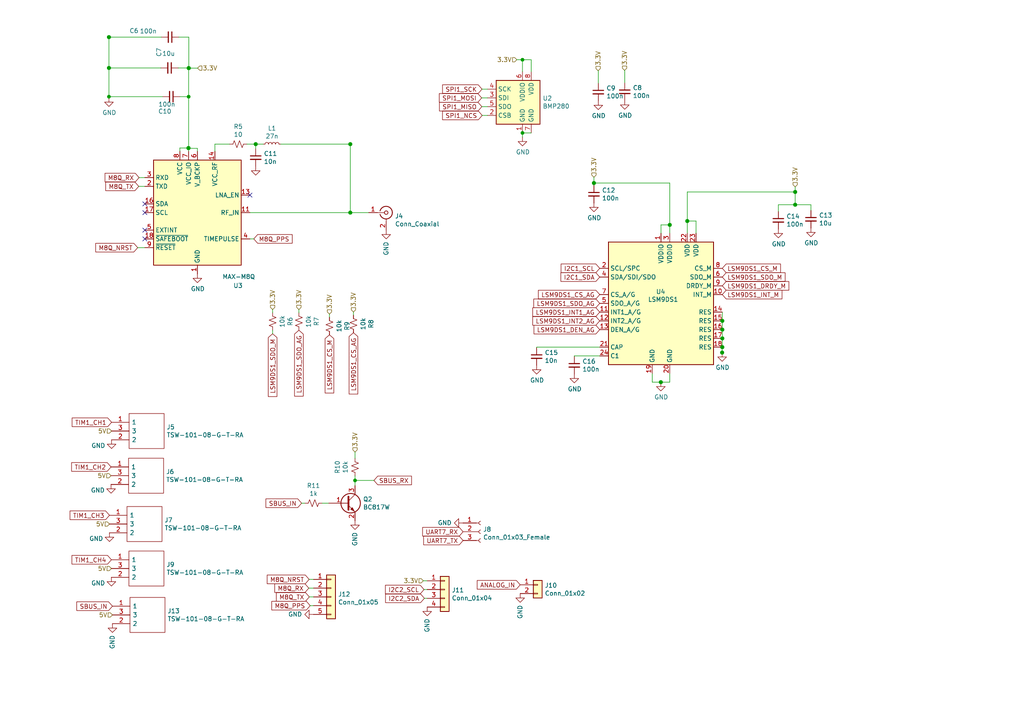
<source format=kicad_sch>
(kicad_sch (version 20211123) (generator eeschema)
  (paper "A4")
  (lib_symbols
    (symbol "Connector:Conn_01x03_Female" (pin_names (offset 1.016) hide)
      (property "Reference" "J" (at 0 5.08 0))
      (property "Value" "Conn_01x03_Female" (at 0 -5.08 0))
      (symbol "Conn_01x03_Female_1_1"
        (arc (start 0 -2.032) (mid -0.508 -2.54) (end 0 -3.048) (stroke (width 0.1524)))
        (polyline (pts (xy -1.27 -2.54) (xy -0.508 -2.54)) (stroke (width 0.1524)))
        (polyline (pts (xy -1.27 0) (xy -0.508 0)) (stroke (width 0.1524)))
        (polyline (pts (xy -1.27 2.54) (xy -0.508 2.54)) (stroke (width 0.1524)))
        (arc (start 0 0.508) (mid -0.508 0) (end 0 -0.508) (stroke (width 0.1524)))
        (arc (start 0 3.048) (mid -0.508 2.54) (end 0 2.032) (stroke (width 0.1524)))
        (pin passive line (at -5.08 2.54 0) (length 3.81) (name "Pin_1") (number "1"))
        (pin passive line (at -5.08 0 0) (length 3.81) (name "Pin_2") (number "2"))
        (pin passive line (at -5.08 -2.54 0) (length 3.81) (name "Pin_3") (number "3"))
      )
    )
    (symbol "Connector:Conn_Coaxial" (pin_names (offset 1.016) hide)
      (property "Reference" "J" (at 0.254 3.048 0))
      (property "Value" "Conn_Coaxial" (at 2.921 0 90))
      (symbol "Conn_Coaxial_0_1"
        (arc (start -1.778 -0.508) (mid 0.222 -1.808) (end 1.778 0) (stroke (width 0.254)))
        (polyline (pts (xy -2.54 0) (xy -0.508 0)))
        (polyline (pts (xy 0 -2.54) (xy 0 -1.778)))
        (circle (center 0 0) (radius 0.508) (stroke (width 0.2032)))
        (arc (start 1.778 0) (mid 0.222 1.8083) (end -1.778 0.508) (stroke (width 0.254)))
      )
      (symbol "Conn_Coaxial_1_1"
        (pin passive line (at -5.08 0 0) (length 2.54) (name "In") (number "1"))
        (pin passive line (at 0 -5.08 90) (length 2.54) (name "Ext") (number "2"))
      )
    )
    (symbol "Connector_Generic:Conn_01x02" (pin_names (offset 1.016) hide)
      (property "Reference" "J" (at 0 2.54 0))
      (property "Value" "Conn_01x02" (at 0 -5.08 0))
      (symbol "Conn_01x02_1_1"
        (rectangle (start -1.27 -2.413) (end 0 -2.667) (stroke (width 0.1524)))
        (rectangle (start -1.27 0.127) (end 0 -0.127) (stroke (width 0.1524)))
        (rectangle (start -1.27 1.27) (end 1.27 -3.81) (stroke (width 0.254)) (fill (type background)))
        (pin passive line (at -5.08 0 0) (length 3.81) (name "Pin_1") (number "1"))
        (pin passive line (at -5.08 -2.54 0) (length 3.81) (name "Pin_2") (number "2"))
      )
    )
    (symbol "Connector_Generic:Conn_01x04" (pin_names (offset 1.016) hide)
      (property "Reference" "J" (at 0 5.08 0))
      (property "Value" "Conn_01x04" (at 0 -7.62 0))
      (symbol "Conn_01x04_1_1"
        (rectangle (start -1.27 -4.953) (end 0 -5.207) (stroke (width 0.1524)))
        (rectangle (start -1.27 -2.413) (end 0 -2.667) (stroke (width 0.1524)))
        (rectangle (start -1.27 0.127) (end 0 -0.127) (stroke (width 0.1524)))
        (rectangle (start -1.27 2.667) (end 0 2.413) (stroke (width 0.1524)))
        (rectangle (start -1.27 3.81) (end 1.27 -6.35) (stroke (width 0.254)) (fill (type background)))
        (pin passive line (at -5.08 2.54 0) (length 3.81) (name "Pin_1") (number "1"))
        (pin passive line (at -5.08 0 0) (length 3.81) (name "Pin_2") (number "2"))
        (pin passive line (at -5.08 -2.54 0) (length 3.81) (name "Pin_3") (number "3"))
        (pin passive line (at -5.08 -5.08 0) (length 3.81) (name "Pin_4") (number "4"))
      )
    )
    (symbol "Connector_Generic:Conn_01x05" (pin_names (offset 1.016) hide)
      (property "Reference" "J" (at 0 7.62 0))
      (property "Value" "Conn_01x05" (at 0 -7.62 0))
      (symbol "Conn_01x05_1_1"
        (rectangle (start -1.27 -4.953) (end 0 -5.207) (stroke (width 0.1524)))
        (rectangle (start -1.27 -2.413) (end 0 -2.667) (stroke (width 0.1524)))
        (rectangle (start -1.27 0.127) (end 0 -0.127) (stroke (width 0.1524)))
        (rectangle (start -1.27 2.667) (end 0 2.413) (stroke (width 0.1524)))
        (rectangle (start -1.27 5.207) (end 0 4.953) (stroke (width 0.1524)))
        (rectangle (start -1.27 6.35) (end 1.27 -6.35) (stroke (width 0.254)) (fill (type background)))
        (pin passive line (at -5.08 5.08 0) (length 3.81) (name "Pin_1") (number "1"))
        (pin passive line (at -5.08 2.54 0) (length 3.81) (name "Pin_2") (number "2"))
        (pin passive line (at -5.08 0 0) (length 3.81) (name "Pin_3") (number "3"))
        (pin passive line (at -5.08 -2.54 0) (length 3.81) (name "Pin_4") (number "4"))
        (pin passive line (at -5.08 -5.08 0) (length 3.81) (name "Pin_5") (number "5"))
      )
    )
    (symbol "Device:C_Small" (pin_numbers hide) (pin_names (offset 0.254) hide)
      (property "Reference" "C" (at 0.254 1.778 0))
      (property "Value" "C_Small" (at 0.254 -2.032 0))
      (symbol "C_Small_0_1"
        (polyline (pts (xy -1.524 -0.508) (xy 1.524 -0.508)) (stroke (width 0.3302)))
        (polyline (pts (xy -1.524 0.508) (xy 1.524 0.508)) (stroke (width 0.3048)))
      )
      (symbol "C_Small_1_1"
        (pin passive line (at 0 2.54 270) (length 2.032) (name "~") (number "1"))
        (pin passive line (at 0 -2.54 90) (length 2.032) (name "~") (number "2"))
      )
    )
    (symbol "Device:L_Small" (pin_numbers hide) (pin_names (offset 0.254) hide)
      (property "Reference" "L" (at 0.762 1.016 0))
      (property "Value" "L_Small" (at 0.762 -1.016 0))
      (symbol "L_Small_0_1"
        (arc (start 0 -2.032) (mid 0.508 -1.524) (end 0 -1.016))
        (arc (start 0 -1.016) (mid 0.508 -0.508) (end 0 0))
        (arc (start 0 0) (mid 0.508 0.508) (end 0 1.016))
        (arc (start 0 1.016) (mid 0.508 1.524) (end 0 2.032))
      )
      (symbol "L_Small_1_1"
        (pin passive line (at 0 2.54 270) (length 0.508) (name "~") (number "1"))
        (pin passive line (at 0 -2.54 90) (length 0.508) (name "~") (number "2"))
      )
    )
    (symbol "Device:R_Small_US" (pin_numbers hide) (pin_names (offset 0.254) hide)
      (property "Reference" "R" (at 0.762 0.508 0))
      (property "Value" "R_Small_US" (at 0.762 -1.016 0))
      (symbol "R_Small_US_1_1"
        (polyline (pts (xy 0 0) (xy 1.016 -0.381) (xy 0 -0.762) (xy -1.016 -1.143) (xy 0 -1.524)))
        (polyline (pts (xy 0 1.524) (xy 1.016 1.143) (xy 0 0.762) (xy -1.016 0.381) (xy 0 0)))
        (pin passive line (at 0 2.54 270) (length 1.016) (name "~") (number "1"))
        (pin passive line (at 0 -2.54 90) (length 1.016) (name "~") (number "2"))
      )
    )
    (symbol "RF_GPS:MAX-M8Q"
      (property "Reference" "U" (at -10.16 16.51 0))
      (property "Value" "MAX-M8Q" (at 11.43 16.51 0))
      (symbol "MAX-M8Q_0_1"
        (rectangle (start 12.7 15.24) (end -12.7 -15.24) (stroke (width 0.254)) (fill (type background)))
      )
      (symbol "MAX-M8Q_1_1"
        (pin power_in line (at 0 -17.78 90) (length 2.54) (name "GND") (number "1"))
        (pin passive line (at 0 -17.78 90) (length 2.54) hide (name "GND") (number "10"))
        (pin input line (at 15.24 0 180) (length 2.54) (name "RF_IN") (number "11"))
        (pin passive line (at 0 -17.78 90) (length 2.54) hide (name "GND") (number "12"))
        (pin output line (at 15.24 5.08 180) (length 2.54) (name "LNA_EN") (number "13"))
        (pin power_out line (at 5.08 17.78 270) (length 2.54) (name "VCC_RF") (number "14"))
        (pin no_connect line (at 12.7 -5.08 180) (length 2.54) hide (name "Reserved") (number "15"))
        (pin bidirectional line (at -15.24 2.54 0) (length 2.54) (name "SDA") (number "16"))
        (pin input line (at -15.24 0 0) (length 2.54) (name "SCL") (number "17"))
        (pin input line (at -15.24 -7.62 0) (length 2.54) (name "~{SAFEBOOT}") (number "18"))
        (pin output line (at -15.24 7.62 0) (length 2.54) (name "TXD") (number "2"))
        (pin input line (at -15.24 10.16 0) (length 2.54) (name "RXD") (number "3"))
        (pin output line (at 15.24 -7.62 180) (length 2.54) (name "TIMEPULSE") (number "4"))
        (pin input line (at -15.24 -5.08 0) (length 2.54) (name "EXTINT") (number "5"))
        (pin power_in line (at 0 17.78 270) (length 2.54) (name "V_BCKP") (number "6"))
        (pin power_in line (at -2.54 17.78 270) (length 2.54) (name "VCC_IO") (number "7"))
        (pin power_in line (at -5.08 17.78 270) (length 2.54) (name "VCC") (number "8"))
        (pin input line (at -15.24 -10.16 0) (length 2.54) (name "~{RESET}") (number "9"))
      )
    )
    (symbol "SamacSys_Parts:HTSW-101-08-G-T-RA" (pin_names (offset 0.762))
      (property "Reference" "J" (at 16.51 7.62 0))
      (property "Value" "HTSW-101-08-G-T-RA" (at 16.51 5.08 0))
      (symbol "HTSW-101-08-G-T-RA_0_0"
        (pin passive line (at 0 0 0) (length 5.08) (name "1") (number "1"))
        (pin passive line (at 0 -5.08 0) (length 5.08) (name "2") (number "2"))
        (pin passive line (at 0 -2.54 0) (length 5.08) (name "3") (number "3"))
      )
      (symbol "HTSW-101-08-G-T-RA_0_1"
        (polyline (pts (xy 5.08 2.54) (xy 15.24 2.54) (xy 15.24 -7.62) (xy 5.08 -7.62) (xy 5.08 2.54)) (stroke (width 0.1524)))
      )
    )
    (symbol "Sensor_Motion:LSM9DS1"
      (property "Reference" "U" (at -15.24 21.59 0))
      (property "Value" "LSM9DS1" (at -15.24 19.05 0))
      (symbol "LSM9DS1_0_1"
        (rectangle (start -15.24 17.78) (end 15.24 -17.78) (stroke (width 0.254)) (fill (type background)))
      )
      (symbol "LSM9DS1_1_1"
        (pin power_in line (at 0 20.32 270) (length 2.54) (name "VDDIO") (number "1"))
        (pin output line (at 17.78 2.54 180) (length 2.54) (name "INT_M") (number "10"))
        (pin output line (at -17.78 -2.54 0) (length 2.54) (name "INT1_A/G") (number "11"))
        (pin output line (at -17.78 -5.08 0) (length 2.54) (name "INT2_A/G") (number "12"))
        (pin input line (at -17.78 -7.62 0) (length 2.54) (name "DEN_A/G") (number "13"))
        (pin bidirectional line (at 17.78 -2.54 180) (length 2.54) (name "RES") (number "14"))
        (pin bidirectional line (at 17.78 -5.08 180) (length 2.54) (name "RES") (number "15"))
        (pin bidirectional line (at 17.78 -7.62 180) (length 2.54) (name "RES") (number "16"))
        (pin bidirectional line (at 17.78 -10.16 180) (length 2.54) (name "RES") (number "17"))
        (pin bidirectional line (at 17.78 -12.7 180) (length 2.54) (name "RES") (number "18"))
        (pin power_in line (at -2.54 -20.32 90) (length 2.54) (name "GND") (number "19"))
        (pin input line (at -17.78 10.16 0) (length 2.54) (name "SCL/SPC") (number "2"))
        (pin power_in line (at 2.54 -20.32 90) (length 2.54) (name "GND") (number "20"))
        (pin passive line (at -17.78 -12.7 0) (length 2.54) (name "CAP") (number "21"))
        (pin power_in line (at 7.62 20.32 270) (length 2.54) (name "VDD") (number "22"))
        (pin power_in line (at 10.16 20.32 270) (length 2.54) (name "VDD") (number "23"))
        (pin passive line (at -17.78 -15.24 0) (length 2.54) (name "C1") (number "24"))
        (pin power_in line (at 2.54 20.32 270) (length 2.54) (name "VDDIO") (number "3"))
        (pin bidirectional line (at -17.78 7.62 0) (length 2.54) (name "SDA/SDI/SDO") (number "4"))
        (pin output line (at -17.78 0 0) (length 2.54) (name "SDO_A/G") (number "5"))
        (pin output line (at 17.78 7.62 180) (length 2.54) (name "SDO_M") (number "6"))
        (pin input line (at -17.78 2.54 0) (length 2.54) (name "CS_A/G") (number "7"))
        (pin input line (at 17.78 10.16 180) (length 2.54) (name "CS_M") (number "8"))
        (pin output line (at 17.78 5.08 180) (length 2.54) (name "DRDY_M") (number "9"))
      )
    )
    (symbol "Sensor_Pressure:BMP280"
      (property "Reference" "U" (at -7.62 10.16 0))
      (property "Value" "BMP280" (at 5.08 10.16 0))
      (symbol "BMP280_0_1"
        (rectangle (start -7.62 -5.08) (end 5.08 7.62) (stroke (width 0.254)) (fill (type background)))
      )
      (symbol "BMP280_1_1"
        (pin power_in line (at 0 -7.62 90) (length 2.54) (name "GND") (number "1"))
        (pin input line (at -10.16 -2.54 0) (length 2.54) (name "CSB") (number "2"))
        (pin bidirectional line (at -10.16 2.54 0) (length 2.54) (name "SDI") (number "3"))
        (pin input line (at -10.16 5.08 0) (length 2.54) (name "SCK") (number "4"))
        (pin bidirectional line (at -10.16 0 0) (length 2.54) (name "SDO") (number "5"))
        (pin power_in line (at 0 10.16 270) (length 2.54) (name "VDDIO") (number "6"))
        (pin power_in line (at 2.54 -7.62 90) (length 2.54) (name "GND") (number "7"))
        (pin power_in line (at 2.54 10.16 270) (length 2.54) (name "VDD") (number "8"))
      )
    )
    (symbol "Transistor_BJT:BC817W" (pin_names (offset 0) hide)
      (property "Reference" "Q" (at 5.08 1.905 0))
      (property "Value" "BC817W" (at 5.08 0 0))
      (symbol "BC817W_0_1"
        (polyline (pts (xy 0.635 0.635) (xy 2.54 2.54)))
        (polyline (pts (xy 0.635 -0.635) (xy 2.54 -2.54) (xy 2.54 -2.54)))
        (polyline (pts (xy 0.635 1.905) (xy 0.635 -1.905) (xy 0.635 -1.905)) (stroke (width 0.508)))
        (polyline (pts (xy 1.27 -1.778) (xy 1.778 -1.27) (xy 2.286 -2.286) (xy 1.27 -1.778) (xy 1.27 -1.778)) (fill (type outline)))
        (circle (center 1.27 0) (radius 2.8194) (stroke (width 0.254)))
      )
      (symbol "BC817W_1_1"
        (pin input line (at -5.08 0 0) (length 5.715) (name "B") (number "1"))
        (pin passive line (at 2.54 -5.08 90) (length 2.54) (name "E") (number "2"))
        (pin passive line (at 2.54 5.08 270) (length 2.54) (name "C") (number "3"))
      )
    )
    (symbol "power:GND" (power) (pin_names (offset 0))
      (property "Value" "GND" (at 0 -3.81 0))
      (symbol "GND_0_1"
        (polyline (pts (xy 0 0) (xy 0 -1.27) (xy 1.27 -1.27) (xy 0 -2.54) (xy -1.27 -1.27) (xy 0 -1.27)))
      )
      (symbol "GND_1_1"
        (pin power_in line (at 0 0 270) (length 0) hide (name "GND") (number "1"))
      )
    )
  )
  (junction (at 191.6684 110.8456) (diameter 1.016))
  (junction (at 209.4484 102.2604) (diameter 1.016))
  (junction (at 54.7116 19.7104))
  (junction (at 199.3392 64.1096) (diameter 1.016))
  (junction (at 102.9716 139.3444) (diameter 0.9144))
  (junction (at 101.6 41.8084) (diameter 1.016))
  (junction (at 209.4992 93.0656) (diameter 1.016))
  (junction (at 151.5364 17.3228) (diameter 0.9144))
  (junction (at 54.7116 19.7612) (diameter 0.9144))
  (junction (at 209.4992 100.6856) (diameter 1.016))
  (junction (at 230.632 55.6768) (diameter 1.016))
  (junction (at 31.5976 19.7104) (diameter 1.016))
  (junction (at 209.4992 95.6056) (diameter 1.016))
  (junction (at 230.632 59.3852) (diameter 1.016))
  (junction (at 101.6 61.6712) (diameter 1.016))
  (junction (at 54.7116 28.0416) (diameter 0.9144))
  (junction (at 31.5976 28.0416) (diameter 0.9144))
  (junction (at 54.7624 19.7612) (diameter 1.016))
  (junction (at 74.168 41.8084) (diameter 1.016))
  (junction (at 172.2628 53.086) (diameter 1.016))
  (junction (at 209.4484 100.6856))
  (junction (at 54.6608 42.926) (diameter 1.016))
  (junction (at 194.2592 65.2272) (diameter 1.016))
  (junction (at 151.5364 38.5572) (diameter 0.9144))
  (junction (at 54.6608 43.0276))
  (junction (at 31.5976 10.7696) (diameter 1.016))
  (junction (at 209.4992 98.1456) (diameter 1.016))
  (junction (at 54.7116 42.926) (diameter 0.9144))
  (no_connect (at 42.0116 61.6712))
  (no_connect (at 42.0116 66.7512))
  (no_connect (at 72.4916 56.5912))
  (no_connect (at 42.0116 59.1312))
  (no_connect (at 42.0116 69.2912))
  (wire (pts (xy 181.2036 20.4216) (xy 181.1528 20.4216)))
  (wire (pts (xy 66.548 41.8084) (xy 62.3316 41.8084)))
  (wire (pts (xy 93.472 145.9484) (xy 95.3516 145.9484)))
  (wire (pts (xy 89.5604 170.5864) (xy 90.932 170.5864)))
  (wire (pts (xy 209.4992 95.6056) (xy 209.4992 98.1456)))
  (wire (pts (xy 209.4484 102.3112) (xy 209.4484 102.2604)))
  (wire (pts (xy 87.4776 145.9484) (xy 88.392 145.9484)))
  (wire (pts (xy 139.8524 33.4772) (xy 141.3764 33.4772)))
  (wire (pts (xy 151.5364 17.3228) (xy 151.5364 20.7772)))
  (wire (pts (xy 31.5976 19.7104) (xy 31.5976 28.0416)))
  (wire (pts (xy 201.8792 64.1096) (xy 199.3392 64.1096)))
  (wire (pts (xy 101.6 41.5544) (xy 101.6 41.8084)))
  (wire (pts (xy 225.7552 61.3664) (xy 225.7552 59.3852)))
  (wire (pts (xy 235.204 59.3852) (xy 235.204 61.0616)))
  (wire (pts (xy 52.1716 42.926) (xy 54.6608 42.926)))
  (wire (pts (xy 39.9288 71.8312) (xy 42.0116 71.8312)))
  (wire (pts (xy 54.6608 43.0276) (xy 54.6608 42.926)))
  (wire (pts (xy 173.9392 103.2256) (xy 166.5732 103.2256)))
  (wire (pts (xy 172.2628 51.4096) (xy 172.2628 53.086)))
  (wire (pts (xy 54.7116 42.926) (xy 54.7116 43.8912)))
  (wire (pts (xy 194.2592 108.3056) (xy 194.2592 110.8456)))
  (wire (pts (xy 151.5364 38.5572) (xy 154.0764 38.5572)))
  (wire (pts (xy 74.168 41.8084) (xy 74.168 43.18)))
  (wire (pts (xy 173.9392 100.6856) (xy 155.6512 100.6856)))
  (wire (pts (xy 54.7116 28.0416) (xy 54.7116 42.926)))
  (wire (pts (xy 191.7192 67.6656) (xy 191.7192 65.2272)))
  (wire (pts (xy 52.2224 28.0416) (xy 54.7116 28.0416)))
  (wire (pts (xy 57.2516 43.0276) (xy 57.2516 43.8912)))
  (wire (pts (xy 57.2516 43.0276) (xy 54.6608 43.0276)))
  (wire (pts (xy 102.5144 90.5002) (xy 102.5144 91.4146)))
  (wire (pts (xy 95.5548 91.1098) (xy 95.5548 92.0242)))
  (wire (pts (xy 189.1792 110.8456) (xy 191.6684 110.8456)))
  (wire (pts (xy 54.7624 10.7696) (xy 54.7624 19.7612)))
  (wire (pts (xy 54.6608 42.926) (xy 54.7116 42.926)))
  (wire (pts (xy 199.3392 64.1096) (xy 199.3392 55.6768)))
  (wire (pts (xy 139.8016 25.8572) (xy 141.3764 25.8572)))
  (wire (pts (xy 52.1716 43.8912) (xy 52.1716 42.926)))
  (wire (pts (xy 173.5328 24.1808) (xy 173.5328 20.5232)))
  (wire (pts (xy 46.6344 19.7104) (xy 31.5976 19.7104)))
  (wire (pts (xy 101.6 61.6712) (xy 106.934 61.6712)))
  (wire (pts (xy 139.7 28.3972) (xy 141.3764 28.3972)))
  (wire (pts (xy 102.9716 138.0236) (xy 102.9716 139.3444)))
  (wire (pts (xy 31.5976 28.0416) (xy 31.5976 28.3464)))
  (wire (pts (xy 54.7116 19.7612) (xy 54.7116 28.0416)))
  (wire (pts (xy 194.2592 53.086) (xy 172.2628 53.086)))
  (wire (pts (xy 209.4992 90.5256) (xy 209.4992 93.0656)))
  (wire (pts (xy 155.6512 100.6856) (xy 155.6512 100.8888)))
  (wire (pts (xy 191.7192 65.2272) (xy 194.2592 65.2272)))
  (wire (pts (xy 181.2036 24.0792) (xy 181.2036 20.4216)))
  (wire (pts (xy 122.7836 168.4528) (xy 123.9012 168.4528)))
  (wire (pts (xy 79.0702 95.7834) (xy 79.0702 96.7994)))
  (wire (pts (xy 102.9716 131.1148) (xy 102.9716 132.9436)))
  (wire (pts (xy 230.632 59.3852) (xy 235.204 59.3852)))
  (wire (pts (xy 40.2336 54.0512) (xy 42.0116 54.0512)))
  (wire (pts (xy 54.7624 19.7612) (xy 54.7116 19.7612)))
  (wire (pts (xy 209.4484 100.6856) (xy 209.4992 100.6856)))
  (wire (pts (xy 86.6902 89.789) (xy 86.6902 90.7034)))
  (wire (pts (xy 89.662 168.0464) (xy 90.932 168.0464)))
  (wire (pts (xy 51.7144 19.7104) (xy 54.7116 19.7104)))
  (wire (pts (xy 62.3316 41.8084) (xy 62.3316 43.8912)))
  (wire (pts (xy 209.4992 98.1456) (xy 209.4992 100.6856)))
  (wire (pts (xy 151.5364 17.3228) (xy 154.0764 17.3228)))
  (wire (pts (xy 225.7552 59.3852) (xy 230.632 59.3852)))
  (wire (pts (xy 31.5976 10.7696) (xy 31.5976 19.7104)))
  (wire (pts (xy 151.5364 38.5572) (xy 151.5364 39.7764)))
  (wire (pts (xy 51.8668 10.7696) (xy 54.7624 10.7696)))
  (wire (pts (xy 194.2592 67.6656) (xy 194.2592 65.2272)))
  (wire (pts (xy 209.4992 93.0656) (xy 209.4992 95.6056)))
  (wire (pts (xy 154.0764 17.3228) (xy 154.0764 20.7772)))
  (wire (pts (xy 89.9668 175.6664) (xy 90.932 175.6664)))
  (wire (pts (xy 89.7128 173.1264) (xy 90.932 173.1264)))
  (wire (pts (xy 199.3392 67.6656) (xy 199.3392 64.1096)))
  (wire (pts (xy 172.2628 53.086) (xy 172.2628 53.7972)))
  (wire (pts (xy 81.4324 41.8084) (xy 101.6 41.8084)))
  (wire (pts (xy 102.9716 139.3444) (xy 108.458 139.3444)))
  (wire (pts (xy 57.3024 19.7612) (xy 54.7624 19.7612)))
  (wire (pts (xy 166.5732 103.2256) (xy 166.5732 103.4288)))
  (wire (pts (xy 194.2592 65.2272) (xy 194.2592 53.086)))
  (wire (pts (xy 71.628 41.8084) (xy 74.168 41.8084)))
  (wire (pts (xy 46.7868 10.7696) (xy 31.5976 10.7696)))
  (wire (pts (xy 79.0702 89.789) (xy 79.0702 90.7034)))
  (wire (pts (xy 189.1792 108.3056) (xy 189.1792 110.8456)))
  (wire (pts (xy 209.4484 102.2604) (xy 209.4484 100.6856)))
  (wire (pts (xy 72.4916 61.6712) (xy 101.6 61.6712)))
  (wire (pts (xy 102.9716 139.3444) (xy 102.9716 140.8684)))
  (wire (pts (xy 199.3392 55.6768) (xy 230.632 55.6768)))
  (wire (pts (xy 230.632 54.2036) (xy 230.632 55.6768)))
  (wire (pts (xy 122.9868 170.9928) (xy 123.9012 170.9928)))
  (wire (pts (xy 230.632 55.6768) (xy 230.632 59.3852)))
  (wire (pts (xy 173.5328 20.5232) (xy 173.482 20.5232)))
  (wire (pts (xy 101.6 41.8084) (xy 101.6 61.6712)))
  (wire (pts (xy 47.1424 28.0416) (xy 31.5976 28.0416)))
  (wire (pts (xy 40.3352 51.5112) (xy 42.0116 51.5112)))
  (wire (pts (xy 123.0884 173.5328) (xy 123.9012 173.5328)))
  (wire (pts (xy 31.5976 10.7188) (xy 31.5976 10.7696)))
  (wire (pts (xy 72.4916 69.2912) (xy 73.6092 69.2912)))
  (wire (pts (xy 54.7116 19.7104) (xy 54.7116 19.7612)))
  (wire (pts (xy 194.2592 110.8456) (xy 191.6684 110.8456)))
  (wire (pts (xy 149.9108 17.3228) (xy 151.5364 17.3228)))
  (wire (pts (xy 74.168 41.8084) (xy 76.3524 41.8084)))
  (wire (pts (xy 139.7508 30.9372) (xy 141.3764 30.9372)))
  (wire (pts (xy 201.8792 67.6656) (xy 201.8792 64.1096)))
  (global_label "TIM1_CH2" (shape input) (at 32.2072 135.4328 180) (property "Intersheet References" "${INTERSHEET_REFS}" (effects hide)))
  (global_label "SBUS_RX" (shape input) (at 108.458 139.3444 0) (property "Intersheet References" "${INTERSHEET_REFS}" (effects hide)))
  (global_label "M8Q_PPS" (shape input) (at 73.6092 69.2912 0) (property "Intersheet References" "${INTERSHEET_REFS}" (effects hide)))
  (global_label "UART7_RX" (shape input) (at 134.3152 154.2288 180) (property "Intersheet References" "${INTERSHEET_REFS}" (effects hide)))
  (global_label "M8Q_TX" (shape input) (at 40.2336 54.0512 180) (property "Intersheet References" "${INTERSHEET_REFS}" (effects hide)))
  (global_label "LSM9DS1_DEN_AG" (shape input) (at 173.9392 95.6056 180) (property "Intersheet References" "${INTERSHEET_REFS}" (effects hide)))
  (global_label "LSM9DS1_SDO_AG" (shape input) (at 173.9392 87.9856 180) (property "Intersheet References" "${INTERSHEET_REFS}" (effects hide)))
  (global_label "M8Q_PPS" (shape input) (at 89.9668 175.6664 180) (property "Intersheet References" "${INTERSHEET_REFS}" (effects hide)))
  (global_label "M8Q_NRST" (shape input) (at 39.9288 71.8312 180) (property "Intersheet References" "${INTERSHEET_REFS}" (effects hide)))
  (global_label "ANALOG_IN" (shape input) (at 150.876 169.6212 180) (property "Intersheet References" "${INTERSHEET_REFS}" (effects hide)))
  (global_label "LSM9DS1_SDO_M" (shape input) (at 79.0702 96.7994 270) (property "Intersheet References" "${INTERSHEET_REFS}" (effects hide)))
  (global_label "LSM9DS1_CS_M" (shape input) (at 95.5548 97.1042 270) (property "Intersheet References" "${INTERSHEET_REFS}" (effects hide)))
  (global_label "I2C2_SCL" (shape input) (at 122.9868 170.9928 180) (property "Intersheet References" "${INTERSHEET_REFS}" (effects hide)))
  (global_label "SBUS_IN" (shape input) (at 87.4776 145.9484 180) (property "Intersheet References" "${INTERSHEET_REFS}" (effects hide)))
  (global_label "SPI1_MISO" (shape input) (at 139.7508 30.9372 180) (property "Intersheet References" "${INTERSHEET_REFS}" (effects hide)))
  (global_label "LSM9DS1_SDO_AG" (shape input) (at 86.6902 95.7834 270) (property "Intersheet References" "${INTERSHEET_REFS}" (effects hide)))
  (global_label "M8Q_RX" (shape input) (at 89.5604 170.5864 180) (property "Intersheet References" "${INTERSHEET_REFS}" (effects hide)))
  (global_label "LSM9DS1_CS_AG" (shape input) (at 173.9392 85.4456 180) (property "Intersheet References" "${INTERSHEET_REFS}" (effects hide)))
  (global_label "I2C1_SCL" (shape input) (at 173.9392 77.8256 180) (property "Intersheet References" "${INTERSHEET_REFS}" (effects hide)))
  (global_label "SPI1_NCS" (shape input) (at 139.8524 33.4772 180) (property "Intersheet References" "${INTERSHEET_REFS}" (effects hide)))
  (global_label "LSM9DS1_SDO_M" (shape input) (at 209.4992 80.3656 0) (property "Intersheet References" "${INTERSHEET_REFS}" (effects hide)))
  (global_label "LSM9DS1_INT2_AG" (shape input) (at 173.9392 93.0656 180) (property "Intersheet References" "${INTERSHEET_REFS}" (effects hide)))
  (global_label "LSM9DS1_CS_M" (shape input) (at 209.4992 77.8256 0) (property "Intersheet References" "${INTERSHEET_REFS}" (effects hide)))
  (global_label "LSM9DS1_INT1_AG" (shape input) (at 173.9392 90.5256 180) (property "Intersheet References" "${INTERSHEET_REFS}" (effects hide)))
  (global_label "I2C1_SDA" (shape input) (at 173.9392 80.3656 180) (property "Intersheet References" "${INTERSHEET_REFS}" (effects hide)))
  (global_label "SBUS_IN" (shape input) (at 32.6136 175.8188 180) (property "Intersheet References" "${INTERSHEET_REFS}" (effects hide)))
  (global_label "M8Q_RX" (shape input) (at 40.3352 51.5112 180) (property "Intersheet References" "${INTERSHEET_REFS}" (effects hide)))
  (global_label "LSM9DS1_CS_AG" (shape input) (at 102.5144 96.4946 270) (property "Intersheet References" "${INTERSHEET_REFS}" (effects hide)))
  (global_label "UART7_TX" (shape input) (at 134.3152 156.7688 180) (property "Intersheet References" "${INTERSHEET_REFS}" (effects hide)))
  (global_label "LSM9DS1_INT_M" (shape input) (at 209.4992 85.4456 0) (property "Intersheet References" "${INTERSHEET_REFS}" (effects hide)))
  (global_label "SPI1_MOSI" (shape input) (at 139.7 28.3972 180) (property "Intersheet References" "${INTERSHEET_REFS}" (effects hide)))
  (global_label "M8Q_NRST" (shape input) (at 89.662 168.0464 180) (property "Intersheet References" "${INTERSHEET_REFS}" (effects hide)))
  (global_label "TIM1_CH4" (shape input) (at 32.3088 162.3568 180) (property "Intersheet References" "${INTERSHEET_REFS}" (effects hide)))
  (global_label "SPI1_SCK" (shape input) (at 139.8016 25.8572 180) (property "Intersheet References" "${INTERSHEET_REFS}" (effects hide)))
  (global_label "TIM1_CH1" (shape input) (at 32.3596 122.4788 180) (property "Intersheet References" "${INTERSHEET_REFS}" (effects hide)))
  (global_label "I2C2_SDA" (shape input) (at 123.0884 173.5328 180) (property "Intersheet References" "${INTERSHEET_REFS}" (effects hide)))
  (global_label "TIM1_CH3" (shape input) (at 31.75 149.4536 180) (property "Intersheet References" "${INTERSHEET_REFS}" (effects hide)))
  (global_label "M8Q_TX" (shape input) (at 89.7128 173.1264 180) (property "Intersheet References" "${INTERSHEET_REFS}" (effects hide)))
  (global_label "LSM9DS1_DRDY_M" (shape input) (at 209.4992 82.9056 0) (property "Intersheet References" "${INTERSHEET_REFS}" (effects hide)))
  (hierarchical_label "3.3V" (shape input) (at 95.5548 91.1098 90))
  (hierarchical_label "5V" (shape input) (at 32.3088 164.8968 180))
  (hierarchical_label "3.3V" (shape input) (at 86.6902 89.789 90))
  (hierarchical_label "3.3V" (shape input) (at 102.5144 90.5002 90))
  (hierarchical_label "3.3V" (shape input) (at 149.9108 17.3228 180))
  (hierarchical_label "3.3V" (shape input) (at 181.1528 20.4216 90))
  (hierarchical_label "3.3V" (shape input) (at 230.632 54.2036 90))
  (hierarchical_label "5V" (shape input) (at 32.2072 137.9728 180))
  (hierarchical_label "5V" (shape input) (at 32.3596 125.0188 180))
  (hierarchical_label "3.3V" (shape input) (at 122.7836 168.4528 180))
  (hierarchical_label "5V" (shape input) (at 32.6136 178.3588 180))
  (hierarchical_label "3.3V" (shape input) (at 172.2628 51.4096 90))
  (hierarchical_label "3.3V" (shape input) (at 173.482 20.5232 90))
  (hierarchical_label "3.3V" (shape input) (at 57.3024 19.7612 0))
  (hierarchical_label "5V" (shape input) (at 31.75 151.9936 180))
  (hierarchical_label "3.3V" (shape input) (at 79.0702 89.789 90))
  (hierarchical_label "3.3V" (shape input) (at 102.9716 131.1148 90))
  (symbol (lib_id "Device:R_Small_US") (at 102.9716 135.4836 180) (unit 1)
    (property "Reference" "R10" (at 97.8724 135.4836 90))
    (property "Value" "10k" (at 100.171 135.4834 90))
    (property "Footprint" "Resistor_SMD:R_0402_1005Metric" (effects hide))
    (property "Digi-Key_PN" "	RG10P10.0KDTR-ND" (effects hide))
    (property "LCSC Part #" "C25744" (effects hide))
    (property "Seeed SKU" "	301010004" (effects hide))
  )
  (symbol (lib_id "Device:C_Small") (at 173.5328 26.7208 0) (unit 1)
    (property "Reference" "C9" (at 175.857 25.5714 0) (effects (justify left)))
    (property "Value" "100n" (at 175.8572 27.869 0) (effects (justify left)))
    (property "Footprint" "Capacitor_SMD:C_0402_1005Metric" (effects hide))
    (property "Digi-Key_PN" "587-1226-2-ND" (effects hide))
    (property "LCSC Part #" "C1525" (effects hide))
    (property "Seeed SKU" "302010024" (effects hide))
  )
  (symbol (lib_id "Device:C_Small") (at 49.6824 28.0416 270) (unit 1)
    (property "Reference" "C10" (at 45.8534 32.2962 90) (effects (justify left)))
    (property "Value" "100n" (at 45.892 30.264 90) (effects (justify left)))
    (property "Footprint" "Capacitor_SMD:C_0402_1005Metric" (effects hide))
    (property "Digi-Key_PN" "587-1226-2-ND" (effects hide))
    (property "LCSC Part #" "C1525" (effects hide))
    (property "Seeed SKU" "302010024" (effects hide))
  )
  (symbol (lib_id "power:GND") (at 155.6512 105.9688 0) (unit 1)
    (property "Reference" "#PWR0125" (effects hide))
    (property "Value" "GND" (at 155.7655 110.2932 0))
  )
  (symbol (lib_id "Device:R_Small_US") (at 86.6902 93.2434 0) (unit 1)
    (property "Reference" "R7" (at 91.7894 93.2434 90))
    (property "Value" "10k" (at 89.4906 93.2432 90))
    (property "Footprint" "Resistor_SMD:R_0402_1005Metric" (effects hide))
    (property "Digi-Key_PN" "	RG10P10.0KDTR-ND" (effects hide))
    (property "LCSC Part #" "C25744" (effects hide))
    (property "Seeed SKU" "	301010004" (effects hide))
  )
  (symbol (lib_id "power:GND") (at 173.5328 29.2608 0) (unit 1)
    (property "Reference" "#PWR0131" (effects hide))
    (property "Value" "GND" (at 173.6471 33.5852 0))
  )
  (symbol (lib_id "power:GND") (at 32.3596 127.5588 0) (unit 1)
    (property "Reference" "#PWR0136" (effects hide))
    (property "Value" "GND" (at 28.5115 129.2416 0))
  )
  (symbol (lib_id "Device:L_Small") (at 78.8924 41.8084 90) (unit 1)
    (property "Reference" "L1" (at 78.8924 37.2172 90))
    (property "Value" "27n" (at 78.8926 39.5158 90))
    (property "Footprint" "Inductor_SMD:L_0402_1005Metric_Pad0.77x0.64mm_HandSolder" (effects hide))
    (property "Manufacturer_Part_Number" "LQG15HS27NJ02D" (effects hide))
    (property "Digikey Link" "https://www.digikey.co.uk/en/products/detail/murata-electronics/LQG15HS27NJ02D/662877?s=N4IgTCBcDaIDIEUDiBGArACQMpgOwDkApABjABEQBdAXyA" (effects hide))
    (property "LCSC Part #" "C18830" (effects hide))
  )
  (symbol (lib_id "Connector:Conn_Coaxial") (at 112.014 61.6712 0) (unit 1)
    (property "Reference" "J4" (at 114.5541 62.6756 0) (effects (justify left)))
    (property "Value" "Conn_Coaxial" (at 114.5541 64.9743 0) (effects (justify left)))
    (property "Footprint" "CM4IO:BWIPX-1-001E" (effects hide))
    (property "Datasheet" " ~" (effects hide))
  )
  (symbol (lib_id "power:GND") (at 31.75 154.5336 0) (unit 1)
    (property "Reference" "#PWR0138" (effects hide))
    (property "Value" "GND" (at 27.9019 156.2164 0))
  )
  (symbol (lib_id "SamacSys_Parts:HTSW-101-08-G-T-RA") (at 32.3596 122.4788 0) (unit 1)
    (property "Reference" "J5" (at 48.3109 123.8694 0) (effects (justify left)))
    (property "Value" "TSW-101-08-G-T-RA" (at 48.3109 126.1681 0) (effects (justify left)))
    (property "Footprint" "SamacSys_Parts:HDRRA3W64P254_3X1_254X254X810P" (effects hide))
    (property "Datasheet" "https://componentsearchengine.com/Datasheets/2/HTSW-101-08-G-T-RA.pdf" (effects hide))
    (property "Description" "SAMTEC - HTSW-101-08-G-T-RA - CONNECTOR, HEADER, 3POS, 3ROWS" (effects hide))
    (property "Height" "8.1" (effects hide))
    (property "Mouser Part Number" "200-HTSW10108GTRA" (effects hide))
    (property "Mouser Price/Stock" "https://www.mouser.com/Search/Refine.aspx?Keyword=200-HTSW10108GTRA" (effects hide))
    (property "Manufacturer_Name" "SAMTEC" (effects hide))
    (property "Manufacturer_Part_Number" "HTSW-101-08-G-T-RA" (effects hide))
    (property "Arrow Part Number" "HTSW-101-08-G-T-RA" (effects hide))
    (property "Arrow Price/Stock" "https://www.arrow.com/en/products/htsw-101-08-g-t-ra/samtec" (effects hide))
    (property "Digikey Link" "https://www.digikey.co.uk/en/products/detail/samtec-inc/TSW-101-08-G-T-RA/6691678?s=N4IgTCBcDaIMoEECyBGMYCcB2AtAOQBEQBdAXyA" (effects hide))
  )
  (symbol (lib_id "RF_GPS:MAX-M8Q") (at 57.2516 61.6712 0) (unit 1)
    (property "Reference" "U3" (at 69.0372 82.8358 0))
    (property "Value" "MAX-M8Q" (at 69.2404 80.2577 0))
    (property "Footprint" "RF_GPS:ublox_MAX" (effects hide))
    (property "Datasheet" "https://www.u-blox.com/sites/default/files/MAX-M8-FW3_DataSheet_%28UBX-15031506%29.pdf" (effects hide))
  )
  (symbol (lib_id "Device:R_Small_US") (at 69.088 41.8084 90) (unit 1)
    (property "Reference" "R5" (at 69.088 36.7092 90))
    (property "Value" "10" (at 69.0882 39.0076 90))
    (property "Footprint" "Resistor_SMD:R_0402_1005Metric" (effects hide))
    (property "Seeed SKU" "301010075	" (effects hide))
    (property "LCSC Part #" "C22859" (effects hide))
  )
  (symbol (lib_id "power:GND") (at 32.2072 140.5128 0) (unit 1)
    (property "Reference" "#PWR0137" (effects hide))
    (property "Value" "GND" (at 28.3591 142.1956 0))
  )
  (symbol (lib_id "Device:R_Small_US") (at 90.932 145.9484 90) (unit 1)
    (property "Reference" "R11" (at 90.932 140.8492 90))
    (property "Value" "1k" (at 90.9322 143.1482 90))
    (property "Footprint" "Resistor_SMD:R_0402_1005Metric" (effects hide))
    (property "Seeed SKU" "301010006" (effects hide))
    (property "LCSC Part #" "C21190" (effects hide))
  )
  (symbol (lib_id "Sensor_Pressure:BMP280") (at 151.5364 30.9372 0) (unit 1)
    (property "Reference" "U2" (at 157.3785 28.5178 0) (effects (justify left)))
    (property "Value" "BMP280" (at 157.3785 30.8165 0) (effects (justify left)))
    (property "Footprint" "Package_LGA:Bosch_LGA-8_2x2.5mm_P0.65mm_ClockwisePinNumbering" (effects hide))
    (property "Datasheet" "https://ae-bst.resource.bosch.com/media/_tech/media/datasheets/BST-BMP280-DS001.pdf" (effects hide))
    (property "Manufacturer_Part_Number" "314030010" (effects hide))
  )
  (symbol (lib_id "Device:C_Small") (at 235.204 63.6016 0) (unit 1)
    (property "Reference" "C13" (at 237.5282 62.4522 0) (effects (justify left)))
    (property "Value" "10u" (at 237.528 64.7508 0) (effects (justify left)))
    (property "Footprint" "Capacitor_SMD:C_0603_1608Metric" (effects hide))
    (property "Seeed SKU" "302010103" (effects hide))
    (property "LCSC Part #" "C19702" (effects hide))
  )
  (symbol (lib_id "Device:C_Small") (at 74.168 45.72 0) (unit 1)
    (property "Reference" "C11" (at 76.5048 44.5516 0) (effects (justify left)))
    (property "Value" "10n" (at 76.5048 46.863 0) (effects (justify left)))
    (property "Footprint" "Capacitor_SMD:C_0402_1005Metric" (effects hide))
    (property "LCSC Part #" "C15195" (effects hide))
  )
  (symbol (lib_id "power:GND") (at 209.4484 102.2604 0) (unit 1)
    (property "Reference" "#PWR0123" (effects hide))
    (property "Value" "GND" (at 209.5627 106.5848 0))
  )
  (symbol (lib_id "Connector_Generic:Conn_01x04") (at 128.9812 170.9928 0) (unit 1)
    (property "Reference" "J11" (at 131.0133 171.1642 0) (effects (justify left)))
    (property "Value" "Conn_01x04" (at 131.0133 173.4629 0) (effects (justify left)))
    (property "Footprint" "Connector_Molex:Molex_PicoBlade_53261-0471_1x04-1MP_P1.25mm_Horizontal" (effects hide))
    (property "Digi-Key_PN" "WM7622TR-ND	" (effects hide))
    (property "Manufacturer_Part_Number" "0532610471" (effects hide))
    (property "Seeed SKU" "0532610471" (effects hide))
    (property "Digikey Link" "https://www.digikey.co.uk/en/products/detail/molex/0532610471/699096?s=N4IgTCBcDaIAwFYDMYBsBGOAWA7OkAugL5A" (effects hide))
  )
  (symbol (lib_id "Device:C_Small") (at 181.2036 26.6192 0) (unit 1)
    (property "Reference" "C8" (at 183.5278 25.4698 0) (effects (justify left)))
    (property "Value" "100n" (at 183.5282 27.7678 0) (effects (justify left)))
    (property "Footprint" "Capacitor_SMD:C_0402_1005Metric" (effects hide))
    (property "Digi-Key_PN" "587-1226-2-ND" (effects hide))
    (property "LCSC Part #" "C1525" (effects hide))
    (property "Seeed SKU" "302010024" (effects hide))
  )
  (symbol (lib_id "power:GND") (at 191.6684 110.8456 0) (unit 1)
    (property "Reference" "#PWR0124" (effects hide))
    (property "Value" "GND" (at 191.7827 115.17 0))
  )
  (symbol (lib_id "power:GND") (at 235.204 66.1416 0) (unit 1)
    (property "Reference" "#PWR0129" (effects hide))
    (property "Value" "GND" (at 235.3183 70.466 0))
  )
  (symbol (lib_id "Connector_Generic:Conn_01x05") (at 96.012 173.1264 0) (unit 1)
    (property "Reference" "J12" (at 98.0441 172.3655 0) (effects (justify left)))
    (property "Value" "Conn_01x05" (at 98.0441 174.6642 0) (effects (justify left)))
    (property "Footprint" "Connector_Molex:Molex_PicoBlade_53047-0510_1x05_P1.25mm_Vertical" (effects hide))
  )
  (symbol (lib_id "Device:C_Small") (at 49.1744 19.7104 270) (unit 1)
    (property "Reference" "C7" (at 46.1074 13.805 0) (effects (justify left)))
    (property "Value" "10u" (at 47.0092 15.5318 90) (effects (justify left)))
    (property "Footprint" "Capacitor_SMD:C_0603_1608Metric" (effects hide))
    (property "Seeed SKU" "302010139" (effects hide))
    (property "LCSC Part #" "C15849" (effects hide))
  )
  (symbol (lib_id "power:GND") (at 123.9012 176.0728 0) (unit 1)
    (property "Reference" "#PWR0119" (effects hide))
    (property "Value" "GND" (at 123.8631 181.4132 90))
  )
  (symbol (lib_id "power:GND") (at 150.876 172.1612 0) (unit 1)
    (property "Reference" "#PWR0117" (effects hide))
    (property "Value" "GND" (at 150.8379 177.5016 90))
  )
  (symbol (lib_id "power:GND") (at 57.2516 79.4512 0) (unit 1)
    (property "Reference" "#PWR0134" (effects hide))
    (property "Value" "GND" (at 57.3659 83.7756 0))
  )
  (symbol (lib_id "SamacSys_Parts:HTSW-101-08-G-T-RA") (at 32.3088 162.3568 0) (unit 1)
    (property "Reference" "J9" (at 48.2601 163.7474 0) (effects (justify left)))
    (property "Value" "TSW-101-08-G-T-RA" (at 48.2601 166.0461 0) (effects (justify left)))
    (property "Footprint" "SamacSys_Parts:HDRRA3W64P254_3X1_254X254X810P" (effects hide))
    (property "Datasheet" "https://componentsearchengine.com/Datasheets/2/HTSW-101-08-G-T-RA.pdf" (effects hide))
    (property "Description" "SAMTEC - HTSW-101-08-G-T-RA - CONNECTOR, HEADER, 3POS, 3ROWS" (effects hide))
    (property "Height" "8.1" (effects hide))
    (property "Mouser Part Number" "200-HTSW10108GTRA" (effects hide))
    (property "Mouser Price/Stock" "https://www.mouser.com/Search/Refine.aspx?Keyword=200-HTSW10108GTRA" (effects hide))
    (property "Manufacturer_Name" "SAMTEC" (effects hide))
    (property "Manufacturer_Part_Number" "HTSW-101-08-G-T-RA" (effects hide))
    (property "Arrow Part Number" "HTSW-101-08-G-T-RA" (effects hide))
    (property "Arrow Price/Stock" "https://www.arrow.com/en/products/htsw-101-08-g-t-ra/samtec" (effects hide))
    (property "Digikey Link" "https://www.digikey.co.uk/en/products/detail/samtec-inc/TSW-101-08-G-T-RA/6691678?s=N4IgTCBcDaIMoEECyBGMYCcB2AtAOQBEQBdAXyA" (effects hide))
  )
  (symbol (lib_id "power:GND") (at 172.2628 58.8772 0) (unit 1)
    (property "Reference" "#PWR0130" (effects hide))
    (property "Value" "GND" (at 172.3771 63.2016 0))
  )
  (symbol (lib_id "SamacSys_Parts:HTSW-101-08-G-T-RA") (at 32.2072 135.4328 0) (unit 1)
    (property "Reference" "J6" (at 48.1585 136.8234 0) (effects (justify left)))
    (property "Value" "TSW-101-08-G-T-RA" (at 48.1585 139.1221 0) (effects (justify left)))
    (property "Footprint" "SamacSys_Parts:HDRRA3W64P254_3X1_254X254X810P" (effects hide))
    (property "Datasheet" "https://componentsearchengine.com/Datasheets/2/HTSW-101-08-G-T-RA.pdf" (effects hide))
    (property "Description" "SAMTEC - HTSW-101-08-G-T-RA - CONNECTOR, HEADER, 3POS, 3ROWS" (effects hide))
    (property "Height" "8.1" (effects hide))
    (property "Mouser Part Number" "200-HTSW10108GTRA" (effects hide))
    (property "Mouser Price/Stock" "https://www.mouser.com/Search/Refine.aspx?Keyword=200-HTSW10108GTRA" (effects hide))
    (property "Manufacturer_Name" "SAMTEC" (effects hide))
    (property "Manufacturer_Part_Number" "HTSW-101-08-G-T-RA" (effects hide))
    (property "Arrow Part Number" "HTSW-101-08-G-T-RA" (effects hide))
    (property "Arrow Price/Stock" "https://www.arrow.com/en/products/htsw-101-08-g-t-ra/samtec" (effects hide))
    (property "Digikey Link" "https://www.digikey.co.uk/en/products/detail/samtec-inc/TSW-101-08-G-T-RA/6691678?s=N4IgTCBcDaIMoEECyBGMYCcB2AtAOQBEQBdAXyA" (effects hide))
  )
  (symbol (lib_id "Connector_Generic:Conn_01x02") (at 155.956 169.6212 0) (unit 1)
    (property "Reference" "J10" (at 157.9881 169.7926 0) (effects (justify left)))
    (property "Value" "Conn_01x02" (at 157.9881 172.0913 0) (effects (justify left)))
    (property "Footprint" "Connector_Molex:Molex_PicoBlade_53048-0210_1x02_P1.25mm_Horizontal" (effects hide))
    (property "Digi-Key_PN" "WM1742-ND	" (effects hide))
    (property "Manufacturer_Part_Number" "0530480210" (effects hide))
    (property "Seeed SKU" "0530480210" (effects hide))
    (property "Digikey Link" "https://www.digikey.co.uk/en/products/detail/molex/0530480210/242864?s=N4IgTCBcDaIOoFkCMB2ALGAtAOQCIB0AXEAXQF8g" (effects hide))
  )
  (symbol (lib_id "power:GND") (at 90.932 178.2064 270) (unit 1)
    (property "Reference" "#PWR0121" (effects hide))
    (property "Value" "GND" (at 85.5916 178.1683 90))
  )
  (symbol (lib_id "Device:C_Small") (at 225.7552 63.9064 0) (unit 1)
    (property "Reference" "C14" (at 228.0794 62.757 0) (effects (justify left)))
    (property "Value" "100n" (at 228.079 65.0558 0) (effects (justify left)))
    (property "Footprint" "Capacitor_SMD:C_0402_1005Metric" (effects hide))
    (property "Digi-Key_PN" "587-1226-2-ND" (effects hide))
    (property "LCSC Part #" "C1525" (effects hide))
    (property "Seeed SKU" "302010024" (effects hide))
  )
  (symbol (lib_id "power:GND") (at 134.3152 151.6888 270) (unit 1)
    (property "Reference" "#PWR0118" (effects hide))
    (property "Value" "GND" (at 128.9748 151.6507 90))
  )
  (symbol (lib_id "power:GND") (at 32.3088 167.4368 0) (unit 1)
    (property "Reference" "#PWR0139" (effects hide))
    (property "Value" "GND" (at 28.4607 169.1196 0))
  )
  (symbol (lib_id "Device:R_Small_US") (at 95.5548 94.5642 0) (unit 1)
    (property "Reference" "R9" (at 100.654 94.5642 90))
    (property "Value" "10k" (at 98.3552 94.564 90))
    (property "Footprint" "Resistor_SMD:R_0402_1005Metric" (effects hide))
    (property "Digi-Key_PN" "	RG10P10.0KDTR-ND" (effects hide))
    (property "LCSC Part #" "C25744" (effects hide))
    (property "Seeed SKU" "	301010004" (effects hide))
  )
  (symbol (lib_id "Device:C_Small") (at 172.2628 56.3372 0) (unit 1)
    (property "Reference" "C12" (at 174.587 55.1878 0) (effects (justify left)))
    (property "Value" "100n" (at 174.5866 57.4866 0) (effects (justify left)))
    (property "Footprint" "Capacitor_SMD:C_0402_1005Metric" (effects hide))
    (property "Digi-Key_PN" "587-1226-2-ND" (effects hide))
    (property "LCSC Part #" "C1525" (effects hide))
    (property "Seeed SKU" "302010024" (effects hide))
  )
  (symbol (lib_id "Device:C_Small") (at 49.3268 10.7696 270) (unit 1)
    (property "Reference" "C6" (at 37.5222 8.9282 90) (effects (justify left)))
    (property "Value" "100n" (at 40.5072 9.0296 90) (effects (justify left)))
    (property "Footprint" "Capacitor_SMD:C_0402_1005Metric" (effects hide))
    (property "Digi-Key_PN" "587-1226-2-ND" (effects hide))
    (property "LCSC Part #" "C1525" (effects hide))
    (property "Seeed SKU" "302010024" (effects hide))
  )
  (symbol (lib_id "power:GND") (at 102.9716 151.0284 0) (unit 1)
    (property "Reference" "#PWR0120" (effects hide))
    (property "Value" "GND" (at 102.9335 156.3688 90))
  )
  (symbol (lib_id "power:GND") (at 31.5976 28.3464 0) (unit 1)
    (property "Reference" "#PWR0140" (effects hide))
    (property "Value" "GND" (at 31.7119 32.6708 0))
  )
  (symbol (lib_id "power:GND") (at 225.7552 66.4464 0) (unit 1)
    (property "Reference" "#PWR0128" (effects hide))
    (property "Value" "GND" (at 225.8695 70.7708 0))
  )
  (symbol (lib_id "power:GND") (at 151.5364 39.7764 0) (unit 1)
    (property "Reference" "#PWR0133" (effects hide))
    (property "Value" "GND" (at 151.6507 44.1008 0))
  )
  (symbol (lib_id "SamacSys_Parts:HTSW-101-08-G-T-RA") (at 32.6136 175.8188 0) (unit 1)
    (property "Reference" "J13" (at 48.5649 177.2094 0) (effects (justify left)))
    (property "Value" "TSW-101-08-G-T-RA" (at 48.5649 179.5081 0) (effects (justify left)))
    (property "Footprint" "SamacSys_Parts:HDRRA3W64P254_3X1_254X254X810P" (effects hide))
    (property "Datasheet" "https://componentsearchengine.com/Datasheets/2/HTSW-101-08-G-T-RA.pdf" (effects hide))
    (property "Description" "SAMTEC - HTSW-101-08-G-T-RA - CONNECTOR, HEADER, 3POS, 3ROWS" (effects hide))
    (property "Height" "8.1" (effects hide))
    (property "Mouser Part Number" "200-HTSW10108GTRA" (effects hide))
    (property "Mouser Price/Stock" "https://www.mouser.com/Search/Refine.aspx?Keyword=200-HTSW10108GTRA" (effects hide))
    (property "Manufacturer_Name" "SAMTEC" (effects hide))
    (property "Manufacturer_Part_Number" "HTSW-101-08-G-T-RA" (effects hide))
    (property "Arrow Part Number" "HTSW-101-08-G-T-RA" (effects hide))
    (property "Arrow Price/Stock" "https://www.arrow.com/en/products/htsw-101-08-g-t-ra/samtec" (effects hide))
    (property "Digikey Link" "https://www.digikey.co.uk/en/products/detail/samtec-inc/TSW-101-08-G-T-RA/6691678?s=N4IgTCBcDaIMoEECyBGMYCcB2AtAOQBEQBdAXyA" (effects hide))
  )
  (symbol (lib_id "power:GND") (at 166.5732 108.5088 0) (unit 1)
    (property "Reference" "#PWR0122" (effects hide))
    (property "Value" "GND" (at 166.6875 112.8332 0))
  )
  (symbol (lib_id "Connector:Conn_01x03_Female") (at 139.3952 154.2288 0) (unit 1)
    (property "Reference" "J8" (at 140.1065 153.5366 0) (effects (justify left)))
    (property "Value" "Conn_01x03_Female" (at 140.1065 155.8353 0) (effects (justify left)))
    (property "Footprint" "Connector_PinHeader_2.54mm:PinHeader_1x03_P2.54mm_Vertical" (effects hide))
  )
  (symbol (lib_id "Transistor_BJT:BC817W") (at 100.4316 145.9484 0) (unit 1)
    (property "Reference" "Q2" (at 105.2831 144.799 0) (effects (justify left)))
    (property "Value" "BC817W" (at 105.2831 147.0977 0) (effects (justify left)))
    (property "Footprint" "Package_TO_SOT_SMD:SOT-323_SC-70" (effects hide))
    (property "Datasheet" "https://www.onsemi.com/pub/Collateral/BC818-D.pdf" (effects hide))
    (property "Digi-Key_PN" "1727-4843-2-ND" (effects hide))
    (property "Digikey Link" "https://www.digikey.co.uk/en/products/detail/nexperia-usa-inc/BC817W115/1232257" (effects hide))
    (property "LCSC Part #" "C148104" (effects hide))
  )
  (symbol (lib_id "power:GND") (at 112.014 66.7512 0) (unit 1)
    (property "Reference" "#PWR0126" (effects hide))
    (property "Value" "GND" (at 111.9759 72.0916 90))
  )
  (symbol (lib_id "Sensor_Motion:LSM9DS1") (at 191.7192 87.9856 0) (unit 1)
    (property "Reference" "U4" (at 191.6176 84.6138 0))
    (property "Value" "LSM9DS1" (at 192.3288 86.8617 0))
    (property "Footprint" "Package_LGA:LGA-24L_3x3.5mm_P0.43mm" (effects hide))
    (property "Datasheet" "http://www.st.com/content/ccc/resource/technical/document/datasheet/1e/3f/2a/d6/25/eb/48/46/DM00103319.pdf/files/DM00103319.pdf/jcr:content/translations/en.DM00103319.pdf" (effects hide))
    (property "Digi-Key_PN" "497-14946-2-ND	" (effects hide))
    (property "LCSC Part #" "C2655096" (effects hide))
    (property "Digikey Link" "https://www.digikey.co.uk/en/products/detail/stmicroelectronics/LSM9DS1TR/4988083?s=N4IgTCBcDaICwE4DsBaAjIuA2FYUDkARAHQBcQBdAXyA" (effects hide))
  )
  (symbol (lib_id "Device:R_Small_US") (at 79.0702 93.2434 0) (unit 1)
    (property "Reference" "R6" (at 84.1694 93.2434 90))
    (property "Value" "10k" (at 81.8706 93.2432 90))
    (property "Footprint" "Resistor_SMD:R_0402_1005Metric" (effects hide))
    (property "Digi-Key_PN" "	RG10P10.0KDTR-ND" (effects hide))
    (property "LCSC Part #" "C25744" (effects hide))
    (property "Seeed SKU" "	301010004" (effects hide))
  )
  (symbol (lib_id "Device:R_Small_US") (at 102.5144 93.9546 0) (unit 1)
    (property "Reference" "R8" (at 107.6136 93.9546 90))
    (property "Value" "10k" (at 105.3148 93.9544 90))
    (property "Footprint" "Resistor_SMD:R_0402_1005Metric" (effects hide))
    (property "Digi-Key_PN" "	RG10P10.0KDTR-ND" (effects hide))
    (property "LCSC Part #" "C25744" (effects hide))
    (property "Seeed SKU" "	301010004" (effects hide))
  )
  (symbol (lib_id "power:GND") (at 181.2036 29.1592 0) (unit 1)
    (property "Reference" "#PWR0132" (effects hide))
    (property "Value" "GND" (at 181.3179 33.4836 0))
  )
  (symbol (lib_id "Device:C_Small") (at 166.5732 105.9688 0) (unit 1)
    (property "Reference" "C16" (at 168.8974 104.8194 0) (effects (justify left)))
    (property "Value" "100n" (at 168.897 107.1182 0) (effects (justify left)))
    (property "Footprint" "Capacitor_SMD:C_0402_1005Metric" (effects hide))
    (property "Digi-Key_PN" "587-1226-2-ND" (effects hide))
    (property "LCSC Part #" "C1525" (effects hide))
    (property "Seeed SKU" "302010024" (effects hide))
  )
  (symbol (lib_id "SamacSys_Parts:HTSW-101-08-G-T-RA") (at 31.75 149.4536 0) (unit 1)
    (property "Reference" "J7" (at 47.7013 150.8442 0) (effects (justify left)))
    (property "Value" "TSW-101-08-G-T-RA" (at 47.7013 153.1429 0) (effects (justify left)))
    (property "Footprint" "SamacSys_Parts:HDRRA3W64P254_3X1_254X254X810P" (effects hide))
    (property "Datasheet" "https://componentsearchengine.com/Datasheets/2/HTSW-101-08-G-T-RA.pdf" (effects hide))
    (property "Description" "SAMTEC - HTSW-101-08-G-T-RA - CONNECTOR, HEADER, 3POS, 3ROWS" (effects hide))
    (property "Height" "8.1" (effects hide))
    (property "Mouser Part Number" "200-HTSW10108GTRA" (effects hide))
    (property "Mouser Price/Stock" "https://www.mouser.com/Search/Refine.aspx?Keyword=200-HTSW10108GTRA" (effects hide))
    (property "Manufacturer_Name" "SAMTEC" (effects hide))
    (property "Manufacturer_Part_Number" "HTSW-101-08-G-T-RA" (effects hide))
    (property "Arrow Part Number" "HTSW-101-08-G-T-RA" (effects hide))
    (property "Arrow Price/Stock" "https://www.arrow.com/en/products/htsw-101-08-g-t-ra/samtec" (effects hide))
    (property "Digikey Link" "https://www.digikey.co.uk/en/products/detail/samtec-inc/TSW-101-08-G-T-RA/6691678?s=N4IgTCBcDaIMoEECyBGMYCcB2AtAOQBEQBdAXyA" (effects hide))
  )
  (symbol (lib_id "power:GND") (at 32.6136 180.8988 0) (unit 1)
    (property "Reference" "#PWR0135" (effects hide))
    (property "Value" "GND" (at 32.5755 186.2392 90))
  )
  (symbol (lib_id "power:GND") (at 74.168 48.26 0) (unit 1)
    (property "Reference" "#PWR0127" (effects hide))
    (property "Value" "GND" (effects hide))
  )
  (symbol (lib_id "Device:C_Small") (at 155.6512 103.4288 0) (unit 1)
    (property "Reference" "C15" (at 157.9754 102.2794 0) (effects (justify left)))
    (property "Value" "10n" (at 157.9752 104.5782 0) (effects (justify left)))
    (property "Footprint" "Capacitor_SMD:C_0402_1005Metric" (effects hide))
    (property "Seeed SKU" "302010006" (effects hide))
    (property "LCSC Part #" "C15195" (effects hide))
  )
)
</source>
